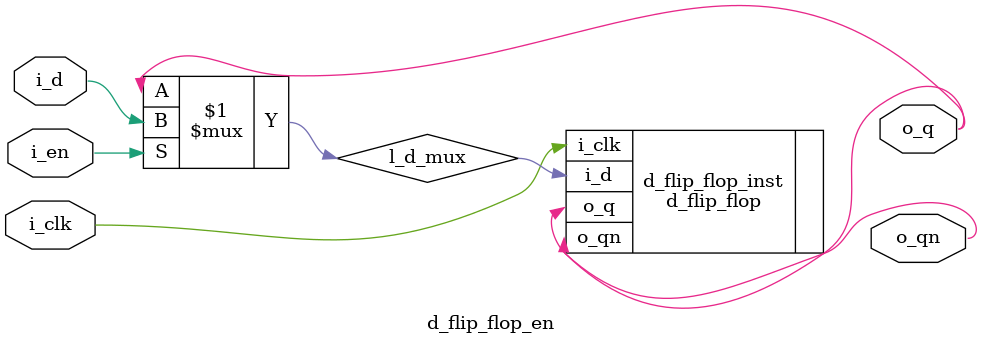
<source format=sv>
module d_flip_flop_en ( input logic i_d, i_clk, i_en,
                        output logic o_q, o_qn );

    logic l_d_mux;
    assign l_d_mux = i_en ? i_d : o_q;
    d_flip_flop d_flip_flop_inst ( .i_d(l_d_mux), .i_clk(i_clk), .o_q(o_q), .o_qn(o_qn) );

endmodule
</source>
